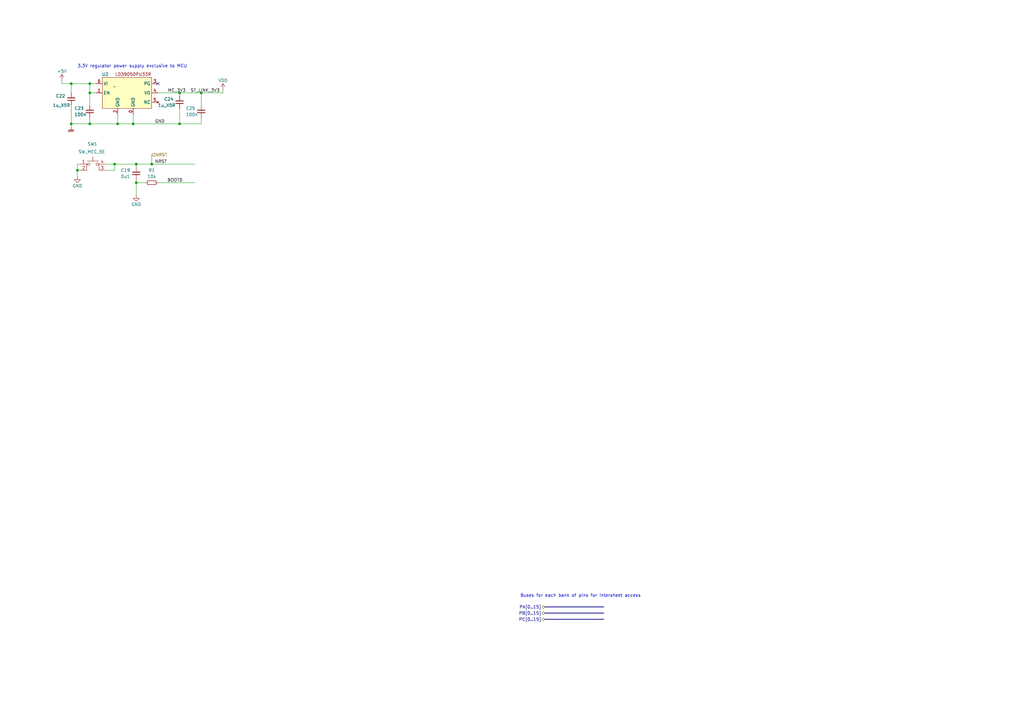
<source format=kicad_sch>
(kicad_sch (version 20230121) (generator eeschema)

  (uuid 32235f74-ac1e-4b89-b130-bb3a337074c0)

  (paper "A3")

  (title_block
    (title "Microcontroller")
  )

  (lib_symbols
    (symbol "Device:C_Small" (pin_numbers hide) (pin_names (offset 0.254) hide) (in_bom yes) (on_board yes)
      (property "Reference" "C" (at 0.254 1.778 0)
        (effects (font (size 1.27 1.27)) (justify left))
      )
      (property "Value" "C_Small" (at 0.254 -2.032 0)
        (effects (font (size 1.27 1.27)) (justify left))
      )
      (property "Footprint" "" (at 0 0 0)
        (effects (font (size 1.27 1.27)) hide)
      )
      (property "Datasheet" "~" (at 0 0 0)
        (effects (font (size 1.27 1.27)) hide)
      )
      (property "ki_keywords" "capacitor cap" (at 0 0 0)
        (effects (font (size 1.27 1.27)) hide)
      )
      (property "ki_description" "Unpolarized capacitor, small symbol" (at 0 0 0)
        (effects (font (size 1.27 1.27)) hide)
      )
      (property "ki_fp_filters" "C_*" (at 0 0 0)
        (effects (font (size 1.27 1.27)) hide)
      )
      (symbol "C_Small_0_1"
        (polyline
          (pts
            (xy -1.524 -0.508)
            (xy 1.524 -0.508)
          )
          (stroke (width 0.3302) (type default))
          (fill (type none))
        )
        (polyline
          (pts
            (xy -1.524 0.508)
            (xy 1.524 0.508)
          )
          (stroke (width 0.3048) (type default))
          (fill (type none))
        )
      )
      (symbol "C_Small_1_1"
        (pin passive line (at 0 2.54 270) (length 2.032)
          (name "~" (effects (font (size 1.27 1.27))))
          (number "1" (effects (font (size 1.27 1.27))))
        )
        (pin passive line (at 0 -2.54 90) (length 2.032)
          (name "~" (effects (font (size 1.27 1.27))))
          (number "2" (effects (font (size 1.27 1.27))))
        )
      )
    )
    (symbol "Device:R_Small" (pin_numbers hide) (pin_names (offset 0.254) hide) (in_bom yes) (on_board yes)
      (property "Reference" "R" (at 0.762 0.508 0)
        (effects (font (size 1.27 1.27)) (justify left))
      )
      (property "Value" "R_Small" (at 0.762 -1.016 0)
        (effects (font (size 1.27 1.27)) (justify left))
      )
      (property "Footprint" "" (at 0 0 0)
        (effects (font (size 1.27 1.27)) hide)
      )
      (property "Datasheet" "~" (at 0 0 0)
        (effects (font (size 1.27 1.27)) hide)
      )
      (property "ki_keywords" "R resistor" (at 0 0 0)
        (effects (font (size 1.27 1.27)) hide)
      )
      (property "ki_description" "Resistor, small symbol" (at 0 0 0)
        (effects (font (size 1.27 1.27)) hide)
      )
      (property "ki_fp_filters" "R_*" (at 0 0 0)
        (effects (font (size 1.27 1.27)) hide)
      )
      (symbol "R_Small_0_1"
        (rectangle (start -0.762 1.778) (end 0.762 -1.778)
          (stroke (width 0.2032) (type default))
          (fill (type none))
        )
      )
      (symbol "R_Small_1_1"
        (pin passive line (at 0 2.54 270) (length 0.762)
          (name "~" (effects (font (size 1.27 1.27))))
          (number "1" (effects (font (size 1.27 1.27))))
        )
        (pin passive line (at 0 -2.54 90) (length 0.762)
          (name "~" (effects (font (size 1.27 1.27))))
          (number "2" (effects (font (size 1.27 1.27))))
        )
      )
    )
    (symbol "FCCParts:LD39050PU33R" (in_bom yes) (on_board yes)
      (property "Reference" "U?" (at -3.81 5.08 0)
        (effects (font (size 1.27 1.27)))
      )
      (property "Value" "" (at 0 0 0)
        (effects (font (size 1.27 1.27)))
      )
      (property "Footprint" "" (at 0 0 0)
        (effects (font (size 1.27 1.27)) hide)
      )
      (property "Datasheet" "" (at 0 0 0)
        (effects (font (size 1.27 1.27)) hide)
      )
      (symbol "LD39050PU33R_1_1"
        (rectangle (start -5.08 3.81) (end 15.24 -8.89)
          (stroke (width 0) (type default))
          (fill (type background))
        )
        (text "LD39050PU33R" (at 7.62 5.08 0)
          (effects (font (size 1.27 1.27)))
        )
        (pin power_in line (at 7.62 -11.43 90) (length 2.54)
          (name "GND" (effects (font (size 1.27 1.27))))
          (number "0" (effects (font (size 1.27 1.27))))
        )
        (pin input line (at -7.62 -2.54 0) (length 2.54)
          (name "EN" (effects (font (size 1.27 1.27))))
          (number "1" (effects (font (size 1.27 1.27))))
        )
        (pin power_in line (at 1.27 -11.43 90) (length 2.54)
          (name "GND" (effects (font (size 1.27 1.27))))
          (number "2" (effects (font (size 1.27 1.27))))
        )
        (pin passive line (at 17.78 1.27 180) (length 2.54)
          (name "PG" (effects (font (size 1.27 1.27))))
          (number "3" (effects (font (size 1.27 1.27))))
        )
        (pin power_out line (at 17.78 -2.54 180) (length 2.54)
          (name "VO" (effects (font (size 1.27 1.27))))
          (number "4" (effects (font (size 1.27 1.27))))
        )
        (pin no_connect line (at 17.78 -6.35 180) (length 2.54)
          (name "NC" (effects (font (size 1.27 1.27))))
          (number "5" (effects (font (size 1.27 1.27))))
        )
        (pin power_in line (at -7.62 1.27 0) (length 2.54)
          (name "VI" (effects (font (size 1.27 1.27))))
          (number "6" (effects (font (size 1.27 1.27))))
        )
      )
    )
    (symbol "Switch:SW_MEC_5E" (pin_names (offset 1.016) hide) (in_bom yes) (on_board yes)
      (property "Reference" "SW" (at 0.635 5.715 0)
        (effects (font (size 1.27 1.27)) (justify left))
      )
      (property "Value" "SW_MEC_5E" (at 0 -3.175 0)
        (effects (font (size 1.27 1.27)))
      )
      (property "Footprint" "" (at 0 7.62 0)
        (effects (font (size 1.27 1.27)) hide)
      )
      (property "Datasheet" "http://www.apem.com/int/index.php?controller=attachment&id_attachment=1371" (at 0 7.62 0)
        (effects (font (size 1.27 1.27)) hide)
      )
      (property "ki_keywords" "switch normally-open pushbutton push-button" (at 0 0 0)
        (effects (font (size 1.27 1.27)) hide)
      )
      (property "ki_description" "MEC 5E single pole normally-open tactile switch" (at 0 0 0)
        (effects (font (size 1.27 1.27)) hide)
      )
      (property "ki_fp_filters" "SW*MEC*5G*" (at 0 0 0)
        (effects (font (size 1.27 1.27)) hide)
      )
      (symbol "SW_MEC_5E_0_1"
        (circle (center -1.778 2.54) (radius 0.508)
          (stroke (width 0) (type default))
          (fill (type none))
        )
        (polyline
          (pts
            (xy -2.286 3.81)
            (xy 2.286 3.81)
          )
          (stroke (width 0) (type default))
          (fill (type none))
        )
        (polyline
          (pts
            (xy 0 3.81)
            (xy 0 5.588)
          )
          (stroke (width 0) (type default))
          (fill (type none))
        )
        (polyline
          (pts
            (xy -2.54 0)
            (xy -2.54 2.54)
            (xy -2.286 2.54)
          )
          (stroke (width 0) (type default))
          (fill (type none))
        )
        (polyline
          (pts
            (xy 2.54 0)
            (xy 2.54 2.54)
            (xy 2.286 2.54)
          )
          (stroke (width 0) (type default))
          (fill (type none))
        )
        (circle (center 1.778 2.54) (radius 0.508)
          (stroke (width 0) (type default))
          (fill (type none))
        )
        (pin passive line (at -5.08 2.54 0) (length 2.54)
          (name "1" (effects (font (size 1.27 1.27))))
          (number "1" (effects (font (size 1.27 1.27))))
        )
        (pin passive line (at -5.08 0 0) (length 2.54)
          (name "2" (effects (font (size 1.27 1.27))))
          (number "2" (effects (font (size 1.27 1.27))))
        )
        (pin passive line (at 5.08 0 180) (length 2.54)
          (name "K" (effects (font (size 1.27 1.27))))
          (number "3" (effects (font (size 1.27 1.27))))
        )
        (pin passive line (at 5.08 2.54 180) (length 2.54)
          (name "A" (effects (font (size 1.27 1.27))))
          (number "4" (effects (font (size 1.27 1.27))))
        )
      )
    )
    (symbol "power:+5V" (power) (pin_names (offset 0)) (in_bom yes) (on_board yes)
      (property "Reference" "#PWR" (at 0 -3.81 0)
        (effects (font (size 1.27 1.27)) hide)
      )
      (property "Value" "+5V" (at 0 3.556 0)
        (effects (font (size 1.27 1.27)))
      )
      (property "Footprint" "" (at 0 0 0)
        (effects (font (size 1.27 1.27)) hide)
      )
      (property "Datasheet" "" (at 0 0 0)
        (effects (font (size 1.27 1.27)) hide)
      )
      (property "ki_keywords" "global power" (at 0 0 0)
        (effects (font (size 1.27 1.27)) hide)
      )
      (property "ki_description" "Power symbol creates a global label with name \"+5V\"" (at 0 0 0)
        (effects (font (size 1.27 1.27)) hide)
      )
      (symbol "+5V_0_1"
        (polyline
          (pts
            (xy -0.762 1.27)
            (xy 0 2.54)
          )
          (stroke (width 0) (type default))
          (fill (type none))
        )
        (polyline
          (pts
            (xy 0 0)
            (xy 0 2.54)
          )
          (stroke (width 0) (type default))
          (fill (type none))
        )
        (polyline
          (pts
            (xy 0 2.54)
            (xy 0.762 1.27)
          )
          (stroke (width 0) (type default))
          (fill (type none))
        )
      )
      (symbol "+5V_1_1"
        (pin power_in line (at 0 0 90) (length 0) hide
          (name "+5V" (effects (font (size 1.27 1.27))))
          (number "1" (effects (font (size 1.27 1.27))))
        )
      )
    )
    (symbol "power:GND" (power) (pin_names (offset 0)) (in_bom yes) (on_board yes)
      (property "Reference" "#PWR" (at 0 -6.35 0)
        (effects (font (size 1.27 1.27)) hide)
      )
      (property "Value" "GND" (at 0 -3.81 0)
        (effects (font (size 1.27 1.27)))
      )
      (property "Footprint" "" (at 0 0 0)
        (effects (font (size 1.27 1.27)) hide)
      )
      (property "Datasheet" "" (at 0 0 0)
        (effects (font (size 1.27 1.27)) hide)
      )
      (property "ki_keywords" "global power" (at 0 0 0)
        (effects (font (size 1.27 1.27)) hide)
      )
      (property "ki_description" "Power symbol creates a global label with name \"GND\" , ground" (at 0 0 0)
        (effects (font (size 1.27 1.27)) hide)
      )
      (symbol "GND_0_1"
        (polyline
          (pts
            (xy 0 0)
            (xy 0 -1.27)
            (xy 1.27 -1.27)
            (xy 0 -2.54)
            (xy -1.27 -1.27)
            (xy 0 -1.27)
          )
          (stroke (width 0) (type default))
          (fill (type none))
        )
      )
      (symbol "GND_1_1"
        (pin power_in line (at 0 0 270) (length 0) hide
          (name "GND" (effects (font (size 1.27 1.27))))
          (number "1" (effects (font (size 1.27 1.27))))
        )
      )
    )
    (symbol "power:GNDPWR" (power) (pin_names (offset 0)) (in_bom yes) (on_board yes)
      (property "Reference" "#PWR" (at 0 -5.08 0)
        (effects (font (size 1.27 1.27)) hide)
      )
      (property "Value" "GNDPWR" (at 0 -3.302 0)
        (effects (font (size 1.27 1.27)))
      )
      (property "Footprint" "" (at 0 -1.27 0)
        (effects (font (size 1.27 1.27)) hide)
      )
      (property "Datasheet" "" (at 0 -1.27 0)
        (effects (font (size 1.27 1.27)) hide)
      )
      (property "ki_keywords" "global ground" (at 0 0 0)
        (effects (font (size 1.27 1.27)) hide)
      )
      (property "ki_description" "Power symbol creates a global label with name \"GNDPWR\" , global ground" (at 0 0 0)
        (effects (font (size 1.27 1.27)) hide)
      )
      (symbol "GNDPWR_0_1"
        (polyline
          (pts
            (xy 0 -1.27)
            (xy 0 0)
          )
          (stroke (width 0) (type default))
          (fill (type none))
        )
        (polyline
          (pts
            (xy -1.016 -1.27)
            (xy -1.27 -2.032)
            (xy -1.27 -2.032)
          )
          (stroke (width 0.2032) (type default))
          (fill (type none))
        )
        (polyline
          (pts
            (xy -0.508 -1.27)
            (xy -0.762 -2.032)
            (xy -0.762 -2.032)
          )
          (stroke (width 0.2032) (type default))
          (fill (type none))
        )
        (polyline
          (pts
            (xy 0 -1.27)
            (xy -0.254 -2.032)
            (xy -0.254 -2.032)
          )
          (stroke (width 0.2032) (type default))
          (fill (type none))
        )
        (polyline
          (pts
            (xy 0.508 -1.27)
            (xy 0.254 -2.032)
            (xy 0.254 -2.032)
          )
          (stroke (width 0.2032) (type default))
          (fill (type none))
        )
        (polyline
          (pts
            (xy 1.016 -1.27)
            (xy -1.016 -1.27)
            (xy -1.016 -1.27)
          )
          (stroke (width 0.2032) (type default))
          (fill (type none))
        )
        (polyline
          (pts
            (xy 1.016 -1.27)
            (xy 0.762 -2.032)
            (xy 0.762 -2.032)
            (xy 0.762 -2.032)
          )
          (stroke (width 0.2032) (type default))
          (fill (type none))
        )
      )
      (symbol "GNDPWR_1_1"
        (pin power_in line (at 0 0 270) (length 0) hide
          (name "GNDPWR" (effects (font (size 1.27 1.27))))
          (number "1" (effects (font (size 1.27 1.27))))
        )
      )
    )
    (symbol "power:VDD" (power) (pin_names (offset 0)) (in_bom yes) (on_board yes)
      (property "Reference" "#PWR" (at 0 -3.81 0)
        (effects (font (size 1.27 1.27)) hide)
      )
      (property "Value" "VDD" (at 0 3.81 0)
        (effects (font (size 1.27 1.27)))
      )
      (property "Footprint" "" (at 0 0 0)
        (effects (font (size 1.27 1.27)) hide)
      )
      (property "Datasheet" "" (at 0 0 0)
        (effects (font (size 1.27 1.27)) hide)
      )
      (property "ki_keywords" "global power" (at 0 0 0)
        (effects (font (size 1.27 1.27)) hide)
      )
      (property "ki_description" "Power symbol creates a global label with name \"VDD\"" (at 0 0 0)
        (effects (font (size 1.27 1.27)) hide)
      )
      (symbol "VDD_0_1"
        (polyline
          (pts
            (xy -0.762 1.27)
            (xy 0 2.54)
          )
          (stroke (width 0) (type default))
          (fill (type none))
        )
        (polyline
          (pts
            (xy 0 0)
            (xy 0 2.54)
          )
          (stroke (width 0) (type default))
          (fill (type none))
        )
        (polyline
          (pts
            (xy 0 2.54)
            (xy 0.762 1.27)
          )
          (stroke (width 0) (type default))
          (fill (type none))
        )
      )
      (symbol "VDD_1_1"
        (pin power_in line (at 0 0 90) (length 0) hide
          (name "VDD" (effects (font (size 1.27 1.27))))
          (number "1" (effects (font (size 1.27 1.27))))
        )
      )
    )
  )

  (junction (at 55.88 67.31) (diameter 0) (color 0 0 0 0)
    (uuid 21502f5e-4dbb-4fbb-a06b-78a6016a9e80)
  )
  (junction (at 31.75 69.85) (diameter 0) (color 0 0 0 0)
    (uuid 30a01bf9-e5db-4cee-9bb0-8b4bfa11df68)
  )
  (junction (at 46.99 67.31) (diameter 0) (color 0 0 0 0)
    (uuid 3c2e3a8b-9c11-4a24-92f4-edb7f245c3fb)
  )
  (junction (at 54.61 50.8) (diameter 0) (color 0 0 0 0)
    (uuid 603adc16-cdd6-4db5-8593-7c4f94c774e4)
  )
  (junction (at 73.66 38.1) (diameter 0) (color 0 0 0 0)
    (uuid 6d566661-5cc7-44c4-b225-6f299c9f3a11)
  )
  (junction (at 62.23 67.31) (diameter 0) (color 0 0 0 0)
    (uuid 7de859a0-3324-4f10-900b-4c2db94f13de)
  )
  (junction (at 55.88 74.93) (diameter 0) (color 0 0 0 0)
    (uuid 81146024-a34c-486d-86d0-1c33a6693b6d)
  )
  (junction (at 29.21 34.29) (diameter 0) (color 0 0 0 0)
    (uuid 89ef1aa8-5853-4b94-a1cf-ffe444b9a0b6)
  )
  (junction (at 82.55 38.1) (diameter 0) (color 0 0 0 0)
    (uuid 8a6ddf43-78ab-4f24-a914-cd7d119c6a3c)
  )
  (junction (at 36.83 50.8) (diameter 0) (color 0 0 0 0)
    (uuid 9e95f88b-6003-451c-a6c0-12d182de89ee)
  )
  (junction (at 36.83 38.1) (diameter 0) (color 0 0 0 0)
    (uuid a68123c6-337d-4468-a2c4-ba07731de747)
  )
  (junction (at 29.21 50.8) (diameter 0) (color 0 0 0 0)
    (uuid ad2aa950-fbd8-4124-ba01-2ab0c2915672)
  )
  (junction (at 48.26 50.8) (diameter 0) (color 0 0 0 0)
    (uuid c260b337-9298-4859-b83a-00ad59b76aad)
  )
  (junction (at 73.66 50.8) (diameter 0) (color 0 0 0 0)
    (uuid c96bf5c9-29e2-4156-a243-5dd251e7fe5f)
  )
  (junction (at 36.83 34.29) (diameter 0) (color 0 0 0 0)
    (uuid e1bf44d0-9f0d-4da0-8266-1e8d29d8ff2c)
  )

  (no_connect (at 64.77 34.29) (uuid 38696024-7611-4d79-a194-a6af52ebf960))

  (wire (pts (xy 46.99 67.31) (xy 46.99 69.85))
    (stroke (width 0) (type default))
    (uuid 01506ba7-28a5-4884-8cdc-056a6633f0f2)
  )
  (wire (pts (xy 36.83 38.1) (xy 39.37 38.1))
    (stroke (width 0) (type default))
    (uuid 04b0bc75-02bb-463d-9777-26e673365d8b)
  )
  (wire (pts (xy 82.55 50.8) (xy 82.55 48.26))
    (stroke (width 0) (type default))
    (uuid 09d08aa7-4ce7-451a-8eff-d78bf3bf710b)
  )
  (wire (pts (xy 54.61 50.8) (xy 73.66 50.8))
    (stroke (width 0) (type default))
    (uuid 0ed5e43b-d8e7-467a-a5d8-7248f3e70a57)
  )
  (bus (pts (xy 223.52 251.46) (xy 247.65 251.46))
    (stroke (width 0) (type default))
    (uuid 19d0fc40-70bd-4cf8-923c-4e9c8fb4363d)
  )
  (bus (pts (xy 223.52 248.92) (xy 247.65 248.92))
    (stroke (width 0) (type default))
    (uuid 20a72a26-9b8c-467b-8f2e-14303ffe17c4)
  )

  (wire (pts (xy 64.77 74.93) (xy 80.01 74.93))
    (stroke (width 0) (type default))
    (uuid 24fe65c3-9eb0-480d-bb3b-3539ac771494)
  )
  (wire (pts (xy 33.02 67.31) (xy 31.75 67.31))
    (stroke (width 0) (type default))
    (uuid 254f54b4-3f50-48b9-adc3-19edff3ccfb0)
  )
  (wire (pts (xy 29.21 50.8) (xy 36.83 50.8))
    (stroke (width 0) (type default))
    (uuid 2ab0024d-8ee1-44ab-b501-7fdb24079048)
  )
  (wire (pts (xy 36.83 50.8) (xy 48.26 50.8))
    (stroke (width 0) (type default))
    (uuid 351fa894-dc6c-436f-aa20-cf2727682f8a)
  )
  (wire (pts (xy 82.55 38.1) (xy 82.55 43.18))
    (stroke (width 0) (type default))
    (uuid 3835cfcb-1777-47ca-aeb4-77bf1937fda4)
  )
  (wire (pts (xy 25.4 33.02) (xy 25.4 34.29))
    (stroke (width 0) (type default))
    (uuid 3a5fe2d6-abfa-4beb-8fc9-5b607d79e984)
  )
  (wire (pts (xy 29.21 34.29) (xy 29.21 38.1))
    (stroke (width 0) (type default))
    (uuid 3c20a8d4-8cf0-4f39-92b2-08679a429e1f)
  )
  (wire (pts (xy 73.66 50.8) (xy 82.55 50.8))
    (stroke (width 0) (type default))
    (uuid 3ed52fc1-08a6-4b5a-8529-f3df8071748e)
  )
  (wire (pts (xy 36.83 38.1) (xy 36.83 43.18))
    (stroke (width 0) (type default))
    (uuid 5c928120-11e9-4c8a-a032-bc811aa8d812)
  )
  (wire (pts (xy 55.88 67.31) (xy 55.88 68.58))
    (stroke (width 0) (type default))
    (uuid 5d7bb921-3e7a-4f33-bd20-edd907db2839)
  )
  (wire (pts (xy 33.02 69.85) (xy 31.75 69.85))
    (stroke (width 0) (type default))
    (uuid 5edbbebd-43d0-45b6-89e5-5bef064e798a)
  )
  (wire (pts (xy 55.88 73.66) (xy 55.88 74.93))
    (stroke (width 0) (type default))
    (uuid 604c6c10-abcd-4709-86ea-5c6d3de9ed76)
  )
  (wire (pts (xy 55.88 74.93) (xy 59.69 74.93))
    (stroke (width 0) (type default))
    (uuid 68df33e7-6b1d-49cd-8830-8be2e716eaf6)
  )
  (wire (pts (xy 73.66 38.1) (xy 82.55 38.1))
    (stroke (width 0) (type default))
    (uuid 6973326e-c240-47c6-b0c9-3eefb8ab9550)
  )
  (wire (pts (xy 29.21 34.29) (xy 36.83 34.29))
    (stroke (width 0) (type default))
    (uuid 6d92e52a-e309-4db3-ba17-6dc2449adc64)
  )
  (wire (pts (xy 82.55 38.1) (xy 91.44 38.1))
    (stroke (width 0) (type default))
    (uuid 6e0ddc8b-0057-49ab-adf9-6630b8fb195e)
  )
  (wire (pts (xy 48.26 50.8) (xy 48.26 46.99))
    (stroke (width 0) (type default))
    (uuid 7435e987-1f7b-4ca6-a05e-bcd4f3f671c8)
  )
  (wire (pts (xy 31.75 72.39) (xy 31.75 69.85))
    (stroke (width 0) (type default))
    (uuid 79f0cefd-2f23-44fe-b705-f6941a9547d7)
  )
  (wire (pts (xy 91.44 36.83) (xy 91.44 38.1))
    (stroke (width 0) (type default))
    (uuid 8da5a14e-c317-4be2-8833-62d836013b35)
  )
  (wire (pts (xy 29.21 50.8) (xy 29.21 52.07))
    (stroke (width 0) (type default))
    (uuid 96a95e24-250a-4593-bb57-014b1cbcfb83)
  )
  (wire (pts (xy 29.21 43.18) (xy 29.21 50.8))
    (stroke (width 0) (type default))
    (uuid 9734f95c-7e01-4516-864d-349d068e63ff)
  )
  (wire (pts (xy 36.83 34.29) (xy 36.83 38.1))
    (stroke (width 0) (type default))
    (uuid 9aab7d23-6bb8-4555-98d4-d7b01ba98000)
  )
  (wire (pts (xy 73.66 44.45) (xy 73.66 50.8))
    (stroke (width 0) (type default))
    (uuid b64e902d-de87-4fa0-988e-cfe85288a1b0)
  )
  (wire (pts (xy 55.88 74.93) (xy 55.88 80.01))
    (stroke (width 0) (type default))
    (uuid c6891108-b483-4703-84c2-b2717c3b5138)
  )
  (wire (pts (xy 36.83 48.26) (xy 36.83 50.8))
    (stroke (width 0) (type default))
    (uuid ca4f72f4-e359-4094-873f-ad15dc80c28f)
  )
  (wire (pts (xy 48.26 50.8) (xy 54.61 50.8))
    (stroke (width 0) (type default))
    (uuid cf69053b-2163-4c48-8862-fe732790169d)
  )
  (wire (pts (xy 54.61 46.99) (xy 54.61 50.8))
    (stroke (width 0) (type default))
    (uuid d427abf6-040e-4261-9ac7-c27b51d4de0b)
  )
  (wire (pts (xy 36.83 34.29) (xy 39.37 34.29))
    (stroke (width 0) (type default))
    (uuid d4a2cd79-2ddd-4eb7-8f48-00e6e82a3e70)
  )
  (wire (pts (xy 31.75 69.85) (xy 31.75 67.31))
    (stroke (width 0) (type default))
    (uuid d6e2b65c-a12c-4b2f-8021-33e942995d8c)
  )
  (wire (pts (xy 55.88 67.31) (xy 46.99 67.31))
    (stroke (width 0) (type default))
    (uuid dc87ac52-8017-4158-ad60-bf8271595595)
  )
  (wire (pts (xy 62.23 67.31) (xy 80.01 67.31))
    (stroke (width 0) (type default))
    (uuid dde0f813-7cfd-4e2a-b70f-79c197564611)
  )
  (wire (pts (xy 25.4 34.29) (xy 29.21 34.29))
    (stroke (width 0) (type default))
    (uuid df4b9971-5672-46fa-a7e9-b3388c5a99b5)
  )
  (wire (pts (xy 73.66 38.1) (xy 73.66 39.37))
    (stroke (width 0) (type default))
    (uuid e6e7ea3b-ca3e-432d-8fd8-8eeeef649c45)
  )
  (wire (pts (xy 62.23 63.5) (xy 62.23 67.31))
    (stroke (width 0) (type default))
    (uuid e8b59d46-67de-4a41-bb5c-fb697330880b)
  )
  (wire (pts (xy 55.88 67.31) (xy 62.23 67.31))
    (stroke (width 0) (type default))
    (uuid f00ea6bf-7863-4ace-bc3c-10b8d8689269)
  )
  (wire (pts (xy 64.77 38.1) (xy 73.66 38.1))
    (stroke (width 0) (type default))
    (uuid f34dc592-587a-4f79-a159-08f2936037dc)
  )
  (bus (pts (xy 223.52 254) (xy 247.65 254))
    (stroke (width 0) (type default))
    (uuid f39cbc20-faac-4b41-a719-efea810c3493)
  )

  (wire (pts (xy 46.99 69.85) (xy 43.18 69.85))
    (stroke (width 0) (type default))
    (uuid f4e2de36-e7ed-4226-a341-eab4ed10d875)
  )
  (wire (pts (xy 43.18 67.31) (xy 46.99 67.31))
    (stroke (width 0) (type default))
    (uuid f54fed00-e85a-47d9-b616-f3a0f1773d20)
  )

  (text "Buses for each bank of pins for intersheet access" (at 213.36 245.11 0)
    (effects (font (size 1.27 1.27)) (justify left bottom))
    (uuid 0e9297d0-311b-42c2-acf0-0115051ed081)
  )
  (text "3.3V regulator power supply exclusive to MCU" (at 31.75 27.94 0)
    (effects (font (size 1.27 1.27)) (justify left bottom))
    (uuid e6fcd1ca-8533-4b18-8f32-257382934491)
  )

  (label "MC_3V3" (at 76.2 38.1 180) (fields_autoplaced)
    (effects (font (size 1.27 1.27)) (justify right bottom))
    (uuid 0dfa3b17-0bc5-45e7-baa9-cd403fdada98)
  )
  (label "NRST" (at 63.5 67.31 0) (fields_autoplaced)
    (effects (font (size 1.27 1.27)) (justify left bottom))
    (uuid 805c14ea-dd0a-459e-8b8f-64c53c2fbda7)
  )
  (label "GND" (at 63.5 50.8 0) (fields_autoplaced)
    (effects (font (size 1.27 1.27)) (justify left bottom))
    (uuid af70c25e-d01b-49ce-a4b6-3c253482c1b7)
  )
  (label "ST_LINK_3V3" (at 90.17 38.1 180) (fields_autoplaced)
    (effects (font (size 1.27 1.27)) (justify right bottom))
    (uuid bb3c940e-93b5-49be-869a-0b0d9f23899a)
  )
  (label "BOOT0" (at 68.58 74.93 0) (fields_autoplaced)
    (effects (font (size 1.27 1.27)) (justify left bottom))
    (uuid f7c412c5-5b43-4a8d-89fb-f238e35409ee)
  )

  (hierarchical_label "NRST" (shape input) (at 62.23 63.5 0) (fields_autoplaced)
    (effects (font (size 1.27 1.27)) (justify left))
    (uuid 3b9730ce-f0b8-4910-a184-ecc0fc1063bb)
  )
  (hierarchical_label "PC[0..15]" (shape bidirectional) (at 223.52 254 180) (fields_autoplaced)
    (effects (font (size 1.27 1.27)) (justify right))
    (uuid 4537a495-29ec-4b9b-8da0-d4f785d1f290)
  )
  (hierarchical_label "PB[0..15]" (shape bidirectional) (at 223.52 251.46 180) (fields_autoplaced)
    (effects (font (size 1.27 1.27)) (justify right))
    (uuid 6c3f38b8-70f2-4e0e-aa66-220420468e10)
  )
  (hierarchical_label "PA[0..15]" (shape bidirectional) (at 223.52 248.92 180) (fields_autoplaced)
    (effects (font (size 1.27 1.27)) (justify right))
    (uuid f37dcdde-fcb4-443c-a383-f3f73774d5a6)
  )

  (symbol (lib_id "Device:C_Small") (at 55.88 71.12 180) (unit 1)
    (in_bom yes) (on_board yes) (dnp no)
    (uuid 15ac503f-5d99-4d7b-8608-fc642f871a65)
    (property "Reference" "C19" (at 49.53 69.85 0)
      (effects (font (size 1.27 1.27)) (justify right))
    )
    (property "Value" "0u1" (at 49.53 72.39 0)
      (effects (font (size 1.27 1.27)) (justify right))
    )
    (property "Footprint" "" (at 55.88 71.12 0)
      (effects (font (size 1.27 1.27)) hide)
    )
    (property "Datasheet" "~" (at 55.88 71.12 0)
      (effects (font (size 1.27 1.27)) hide)
    )
    (property "Vendor" "" (at 55.88 71.12 0)
      (effects (font (size 1.27 1.27)) hide)
    )
    (property "Vendor Part No." "" (at 55.88 71.12 0)
      (effects (font (size 1.27 1.27)) hide)
    )
    (property "Qty Ordered" "" (at 55.88 71.12 0)
      (effects (font (size 1.27 1.27)) hide)
    )
    (property "Currency" "CAD" (at 55.88 71.12 0)
      (effects (font (size 1.27 1.27)) hide)
    )
    (property "Price/unit" "" (at 55.88 71.12 0)
      (effects (font (size 1.27 1.27)) hide)
    )
    (pin "1" (uuid e7e47db2-4d30-4ae2-988f-3aa30c95a996))
    (pin "2" (uuid 9880925f-0549-4f57-bc45-8cdc9b6cf2a6))
    (instances
      (project "Fuel_Cell_Controller_Prototype"
        (path "/f651cec9-411c-4a4e-a163-5c49adbe6a12"
          (reference "C19") (unit 1)
        )
        (path "/f651cec9-411c-4a4e-a163-5c49adbe6a12/c91aab04-72d2-4e29-8a0b-0fb415eded55"
          (reference "C30") (unit 1)
        )
      )
    )
  )

  (symbol (lib_id "power:GND") (at 55.88 80.01 0) (mirror y) (unit 1)
    (in_bom yes) (on_board yes) (dnp no)
    (uuid 25ccfac9-d1ab-4e3e-9909-f1b1f9bf0064)
    (property "Reference" "#PWR058" (at 55.88 86.36 0)
      (effects (font (size 1.27 1.27)) hide)
    )
    (property "Value" "GND" (at 55.88 83.82 0)
      (effects (font (size 1.27 1.27)))
    )
    (property "Footprint" "" (at 55.88 80.01 0)
      (effects (font (size 1.27 1.27)) hide)
    )
    (property "Datasheet" "" (at 55.88 80.01 0)
      (effects (font (size 1.27 1.27)) hide)
    )
    (pin "1" (uuid 8ad92493-8c1b-4c05-b9e4-885e68cf1d1d))
    (instances
      (project "Fuel_Cell_Controller_Prototype"
        (path "/f651cec9-411c-4a4e-a163-5c49adbe6a12/593c7e68-7c5e-4ef7-bd05-a128c02972b0"
          (reference "#PWR058") (unit 1)
        )
        (path "/f651cec9-411c-4a4e-a163-5c49adbe6a12/c91aab04-72d2-4e29-8a0b-0fb415eded55"
          (reference "#PWR028") (unit 1)
        )
      )
    )
  )

  (symbol (lib_id "Device:R_Small") (at 62.23 74.93 90) (unit 1)
    (in_bom yes) (on_board yes) (dnp no)
    (uuid 5c3167c7-5134-4532-8ecb-c750ebabd9de)
    (property "Reference" "R1" (at 62.23 69.85 90)
      (effects (font (size 1.27 1.27)))
    )
    (property "Value" "10k" (at 62.23 72.39 90)
      (effects (font (size 1.27 1.27)))
    )
    (property "Footprint" "" (at 62.23 74.93 0)
      (effects (font (size 1.27 1.27)) hide)
    )
    (property "Datasheet" "~" (at 62.23 74.93 0)
      (effects (font (size 1.27 1.27)) hide)
    )
    (property "Vendor" "" (at 62.23 74.93 90)
      (effects (font (size 1.27 1.27)) hide)
    )
    (property "Vendor Part No." "" (at 62.23 74.93 90)
      (effects (font (size 1.27 1.27)) hide)
    )
    (property "Currency" "" (at 62.23 74.93 90)
      (effects (font (size 1.27 1.27)) hide)
    )
    (property "Price/unit" "" (at 62.23 74.93 90)
      (effects (font (size 1.27 1.27)) hide)
    )
    (property "Qty Ordered" "" (at 62.23 74.93 90)
      (effects (font (size 1.27 1.27)) hide)
    )
    (pin "1" (uuid 5a92529d-2f50-4b10-9722-0a54e7ada2ed))
    (pin "2" (uuid beaf4f26-6753-4d80-ba9a-56968562addf))
    (instances
      (project "Fuel_Cell_Controller_Prototype"
        (path "/f651cec9-411c-4a4e-a163-5c49adbe6a12"
          (reference "R1") (unit 1)
        )
        (path "/f651cec9-411c-4a4e-a163-5c49adbe6a12/c91aab04-72d2-4e29-8a0b-0fb415eded55"
          (reference "R21") (unit 1)
        )
      )
    )
  )

  (symbol (lib_id "power:GNDPWR") (at 29.21 52.07 0) (unit 1)
    (in_bom yes) (on_board yes) (dnp no) (fields_autoplaced)
    (uuid 6ecaae37-7470-423a-9ad8-548b977cca46)
    (property "Reference" "#PWR014" (at 29.21 57.15 0)
      (effects (font (size 1.27 1.27)) hide)
    )
    (property "Value" "GNDPWR" (at 29.083 57.15 0)
      (effects (font (size 1.27 1.27)) hide)
    )
    (property "Footprint" "" (at 29.21 53.34 0)
      (effects (font (size 1.27 1.27)) hide)
    )
    (property "Datasheet" "" (at 29.21 53.34 0)
      (effects (font (size 1.27 1.27)) hide)
    )
    (pin "1" (uuid 64fe81ca-1c63-4e4e-b4cd-6c048c3b3964))
    (instances
      (project "Fuel_Cell_Controller_Prototype"
        (path "/f651cec9-411c-4a4e-a163-5c49adbe6a12"
          (reference "#PWR014") (unit 1)
        )
        (path "/f651cec9-411c-4a4e-a163-5c49adbe6a12/c91aab04-72d2-4e29-8a0b-0fb415eded55"
          (reference "#PWR022") (unit 1)
        )
      )
    )
  )

  (symbol (lib_id "Device:C_Small") (at 82.55 45.72 180) (unit 1)
    (in_bom yes) (on_board yes) (dnp no)
    (uuid 85f611e1-9ad2-4c53-b4d1-5c377a78e989)
    (property "Reference" "C25" (at 76.2 44.45 0)
      (effects (font (size 1.27 1.27)) (justify right))
    )
    (property "Value" "100n" (at 76.2 46.99 0)
      (effects (font (size 1.27 1.27)) (justify right))
    )
    (property "Footprint" "" (at 82.55 45.72 0)
      (effects (font (size 1.27 1.27)) hide)
    )
    (property "Datasheet" "~" (at 82.55 45.72 0)
      (effects (font (size 1.27 1.27)) hide)
    )
    (property "Vendor" "" (at 82.55 45.72 0)
      (effects (font (size 1.27 1.27)) hide)
    )
    (property "Vendor Part No." "" (at 82.55 45.72 0)
      (effects (font (size 1.27 1.27)) hide)
    )
    (property "Qty Ordered" "" (at 82.55 45.72 0)
      (effects (font (size 1.27 1.27)) hide)
    )
    (property "Currency" "CAD" (at 82.55 45.72 0)
      (effects (font (size 1.27 1.27)) hide)
    )
    (property "Price/unit" "" (at 82.55 45.72 0)
      (effects (font (size 1.27 1.27)) hide)
    )
    (pin "1" (uuid 6bcd0b48-f21f-4159-bff0-832d23f3a1fe))
    (pin "2" (uuid 7f6d66bd-8efb-498d-8a84-7af806cd2a1d))
    (instances
      (project "Fuel_Cell_Controller_Prototype"
        (path "/f651cec9-411c-4a4e-a163-5c49adbe6a12"
          (reference "C25") (unit 1)
        )
        (path "/f651cec9-411c-4a4e-a163-5c49adbe6a12/c91aab04-72d2-4e29-8a0b-0fb415eded55"
          (reference "C19") (unit 1)
        )
      )
    )
  )

  (symbol (lib_id "Switch:SW_MEC_5E") (at 38.1 69.85 0) (unit 1)
    (in_bom yes) (on_board yes) (dnp no)
    (uuid a2cda844-14e7-4677-89c8-7fb63d7b8ff3)
    (property "Reference" "SW1" (at 40.005 59.055 0)
      (effects (font (size 1.27 1.27)) (justify right))
    )
    (property "Value" "SW_MEC_5E" (at 43.18 62.23 0)
      (effects (font (size 1.27 1.27)) (justify right))
    )
    (property "Footprint" "" (at 38.1 62.23 0)
      (effects (font (size 1.27 1.27)) hide)
    )
    (property "Datasheet" "http://www.apem.com/int/index.php?controller=attachment&id_attachment=1371" (at 38.1 62.23 0)
      (effects (font (size 1.27 1.27)) hide)
    )
    (pin "1" (uuid 486e6f44-2c13-48d0-839f-d59a6e3e52de))
    (pin "2" (uuid 4c5cdc02-bbd2-4a0b-aa9e-cfbc43ea9ad7))
    (pin "3" (uuid 5555e71a-b439-45c2-9382-994d0638317b))
    (pin "4" (uuid abee2a67-7d66-450a-85f9-9a46e14571a7))
    (instances
      (project "Fuel_Cell_Controller_Prototype"
        (path "/f651cec9-411c-4a4e-a163-5c49adbe6a12"
          (reference "SW1") (unit 1)
        )
        (path "/f651cec9-411c-4a4e-a163-5c49adbe6a12/c91aab04-72d2-4e29-8a0b-0fb415eded55"
          (reference "SW1") (unit 1)
        )
      )
    )
  )

  (symbol (lib_id "Device:C_Small") (at 73.66 41.91 180) (unit 1)
    (in_bom yes) (on_board yes) (dnp no)
    (uuid a33e4bb6-3a30-4dae-81a7-a00e2f1bdf16)
    (property "Reference" "C24" (at 67.31 40.64 0)
      (effects (font (size 1.27 1.27)) (justify right))
    )
    (property "Value" "1u_X5R" (at 64.77 43.18 0)
      (effects (font (size 1.27 1.27)) (justify right))
    )
    (property "Footprint" "" (at 73.66 41.91 0)
      (effects (font (size 1.27 1.27)) hide)
    )
    (property "Datasheet" "~" (at 73.66 41.91 0)
      (effects (font (size 1.27 1.27)) hide)
    )
    (property "Vendor" "" (at 73.66 41.91 0)
      (effects (font (size 1.27 1.27)) hide)
    )
    (property "Vendor Part No." "" (at 73.66 41.91 0)
      (effects (font (size 1.27 1.27)) hide)
    )
    (property "Qty Ordered" "" (at 73.66 41.91 0)
      (effects (font (size 1.27 1.27)) hide)
    )
    (property "Currency" "CAD" (at 73.66 41.91 0)
      (effects (font (size 1.27 1.27)) hide)
    )
    (property "Price/unit" "" (at 73.66 41.91 0)
      (effects (font (size 1.27 1.27)) hide)
    )
    (pin "1" (uuid 532c5b13-6b01-4d37-a946-3f0736528129))
    (pin "2" (uuid 908b06cf-2895-475a-88de-fa4303a816c5))
    (instances
      (project "Fuel_Cell_Controller_Prototype"
        (path "/f651cec9-411c-4a4e-a163-5c49adbe6a12"
          (reference "C24") (unit 1)
        )
        (path "/f651cec9-411c-4a4e-a163-5c49adbe6a12/c91aab04-72d2-4e29-8a0b-0fb415eded55"
          (reference "C17") (unit 1)
        )
      )
    )
  )

  (symbol (lib_id "Device:C_Small") (at 29.21 40.64 180) (unit 1)
    (in_bom yes) (on_board yes) (dnp no)
    (uuid ce49850f-cddf-44a6-b354-292daa3a2d1c)
    (property "Reference" "C22" (at 22.86 39.37 0)
      (effects (font (size 1.27 1.27)) (justify right))
    )
    (property "Value" "1u_X5R" (at 21.59 43.18 0)
      (effects (font (size 1.27 1.27)) (justify right))
    )
    (property "Footprint" "" (at 29.21 40.64 0)
      (effects (font (size 1.27 1.27)) hide)
    )
    (property "Datasheet" "~" (at 29.21 40.64 0)
      (effects (font (size 1.27 1.27)) hide)
    )
    (property "Vendor" "" (at 29.21 40.64 0)
      (effects (font (size 1.27 1.27)) hide)
    )
    (property "Vendor Part No." "" (at 29.21 40.64 0)
      (effects (font (size 1.27 1.27)) hide)
    )
    (property "Qty Ordered" "" (at 29.21 40.64 0)
      (effects (font (size 1.27 1.27)) hide)
    )
    (property "Currency" "CAD" (at 29.21 40.64 0)
      (effects (font (size 1.27 1.27)) hide)
    )
    (property "Price/unit" "" (at 29.21 40.64 0)
      (effects (font (size 1.27 1.27)) hide)
    )
    (pin "1" (uuid 9f78d89e-8532-4a0f-a13a-04bc9c955ee1))
    (pin "2" (uuid 3b97f3fb-7a7f-4402-a8d9-9a306f4169f5))
    (instances
      (project "Fuel_Cell_Controller_Prototype"
        (path "/f651cec9-411c-4a4e-a163-5c49adbe6a12"
          (reference "C22") (unit 1)
        )
        (path "/f651cec9-411c-4a4e-a163-5c49adbe6a12/c91aab04-72d2-4e29-8a0b-0fb415eded55"
          (reference "C10") (unit 1)
        )
      )
    )
  )

  (symbol (lib_id "FCCParts:LD39050PU33R") (at 46.99 35.56 0) (unit 1)
    (in_bom yes) (on_board yes) (dnp no)
    (uuid d874e074-4fc9-47e6-abc1-a3c44311edfc)
    (property "Reference" "U2" (at 43.18 30.48 0)
      (effects (font (size 1.27 1.27)))
    )
    (property "Value" "~" (at 46.99 35.56 0)
      (effects (font (size 1.27 1.27)))
    )
    (property "Footprint" "" (at 46.99 35.56 0)
      (effects (font (size 1.27 1.27)) hide)
    )
    (property "Datasheet" "" (at 46.99 35.56 0)
      (effects (font (size 1.27 1.27)) hide)
    )
    (pin "0" (uuid 29f73d07-0b4f-4fb1-aed0-856ec7ea0423))
    (pin "1" (uuid ce34eb9b-a3e5-4d00-8f57-354a81f8dfc8))
    (pin "2" (uuid 501dbd06-7f6b-4c5f-867e-8ddc7cc27e1b))
    (pin "3" (uuid e52a7c1a-1c4b-4afd-b48a-7f622cff0446))
    (pin "4" (uuid 4aeedc82-51fc-4df4-9a52-71d1860e0b03))
    (pin "5" (uuid 490adb84-1017-4e64-85d0-085162a69ab0))
    (pin "6" (uuid 6496216e-93ce-4318-838d-0383583ede90))
    (instances
      (project "Fuel_Cell_Controller_Prototype"
        (path "/f651cec9-411c-4a4e-a163-5c49adbe6a12"
          (reference "U2") (unit 1)
        )
        (path "/f651cec9-411c-4a4e-a163-5c49adbe6a12/c91aab04-72d2-4e29-8a0b-0fb415eded55"
          (reference "U4") (unit 1)
        )
      )
    )
  )

  (symbol (lib_id "power:VDD") (at 91.44 36.83 0) (unit 1)
    (in_bom yes) (on_board yes) (dnp no) (fields_autoplaced)
    (uuid daee4a04-b979-4ae1-b601-b91423a12564)
    (property "Reference" "#PWR023" (at 91.44 40.64 0)
      (effects (font (size 1.27 1.27)) hide)
    )
    (property "Value" "VDD" (at 91.44 33.02 0)
      (effects (font (size 1.27 1.27)))
    )
    (property "Footprint" "" (at 91.44 36.83 0)
      (effects (font (size 1.27 1.27)) hide)
    )
    (property "Datasheet" "" (at 91.44 36.83 0)
      (effects (font (size 1.27 1.27)) hide)
    )
    (pin "1" (uuid e0cc130e-3d82-4d3d-afc6-849629fd4d27))
    (instances
      (project "Fuel_Cell_Controller_Prototype"
        (path "/f651cec9-411c-4a4e-a163-5c49adbe6a12/c91aab04-72d2-4e29-8a0b-0fb415eded55"
          (reference "#PWR023") (unit 1)
        )
      )
    )
  )

  (symbol (lib_id "Device:C_Small") (at 36.83 45.72 180) (unit 1)
    (in_bom yes) (on_board yes) (dnp no)
    (uuid dd46894e-aa2a-4765-86f9-4c2e10a3e237)
    (property "Reference" "C23" (at 30.48 44.45 0)
      (effects (font (size 1.27 1.27)) (justify right))
    )
    (property "Value" "100n" (at 30.48 46.99 0)
      (effects (font (size 1.27 1.27)) (justify right))
    )
    (property "Footprint" "" (at 36.83 45.72 0)
      (effects (font (size 1.27 1.27)) hide)
    )
    (property "Datasheet" "~" (at 36.83 45.72 0)
      (effects (font (size 1.27 1.27)) hide)
    )
    (property "Vendor" "" (at 36.83 45.72 0)
      (effects (font (size 1.27 1.27)) hide)
    )
    (property "Vendor Part No." "" (at 36.83 45.72 0)
      (effects (font (size 1.27 1.27)) hide)
    )
    (property "Qty Ordered" "" (at 36.83 45.72 0)
      (effects (font (size 1.27 1.27)) hide)
    )
    (property "Currency" "CAD" (at 36.83 45.72 0)
      (effects (font (size 1.27 1.27)) hide)
    )
    (property "Price/unit" "" (at 36.83 45.72 0)
      (effects (font (size 1.27 1.27)) hide)
    )
    (pin "1" (uuid 7c9914e9-3d3f-45d2-b326-d34f3f61f87d))
    (pin "2" (uuid b6e026a1-b066-484d-b3dd-a4237630eafe))
    (instances
      (project "Fuel_Cell_Controller_Prototype"
        (path "/f651cec9-411c-4a4e-a163-5c49adbe6a12"
          (reference "C23") (unit 1)
        )
        (path "/f651cec9-411c-4a4e-a163-5c49adbe6a12/c91aab04-72d2-4e29-8a0b-0fb415eded55"
          (reference "C12") (unit 1)
        )
      )
    )
  )

  (symbol (lib_id "power:+5V") (at 25.4 33.02 0) (unit 1)
    (in_bom yes) (on_board yes) (dnp no) (fields_autoplaced)
    (uuid eb3453b8-c966-4c96-8674-610a972ac358)
    (property "Reference" "#PWR017" (at 25.4 36.83 0)
      (effects (font (size 1.27 1.27)) hide)
    )
    (property "Value" "+5V" (at 25.4 29.21 0)
      (effects (font (size 1.27 1.27)))
    )
    (property "Footprint" "" (at 25.4 33.02 0)
      (effects (font (size 1.27 1.27)) hide)
    )
    (property "Datasheet" "" (at 25.4 33.02 0)
      (effects (font (size 1.27 1.27)) hide)
    )
    (pin "1" (uuid 94a03222-49af-42f9-bc6e-04873f8440d1))
    (instances
      (project "Fuel_Cell_Controller_Prototype"
        (path "/f651cec9-411c-4a4e-a163-5c49adbe6a12"
          (reference "#PWR017") (unit 1)
        )
        (path "/f651cec9-411c-4a4e-a163-5c49adbe6a12/c91aab04-72d2-4e29-8a0b-0fb415eded55"
          (reference "#PWR019") (unit 1)
        )
      )
    )
  )

  (symbol (lib_id "power:GND") (at 31.75 72.39 0) (mirror y) (unit 1)
    (in_bom yes) (on_board yes) (dnp no)
    (uuid f3311076-a6ee-4c93-87be-fe2457015738)
    (property "Reference" "#PWR058" (at 31.75 78.74 0)
      (effects (font (size 1.27 1.27)) hide)
    )
    (property "Value" "GND" (at 31.75 76.2 0)
      (effects (font (size 1.27 1.27)))
    )
    (property "Footprint" "" (at 31.75 72.39 0)
      (effects (font (size 1.27 1.27)) hide)
    )
    (property "Datasheet" "" (at 31.75 72.39 0)
      (effects (font (size 1.27 1.27)) hide)
    )
    (pin "1" (uuid f7757004-5c3c-47af-b116-5c5463fbeab1))
    (instances
      (project "Fuel_Cell_Controller_Prototype"
        (path "/f651cec9-411c-4a4e-a163-5c49adbe6a12/593c7e68-7c5e-4ef7-bd05-a128c02972b0"
          (reference "#PWR058") (unit 1)
        )
        (path "/f651cec9-411c-4a4e-a163-5c49adbe6a12/c91aab04-72d2-4e29-8a0b-0fb415eded55"
          (reference "#PWR024") (unit 1)
        )
      )
    )
  )
)

</source>
